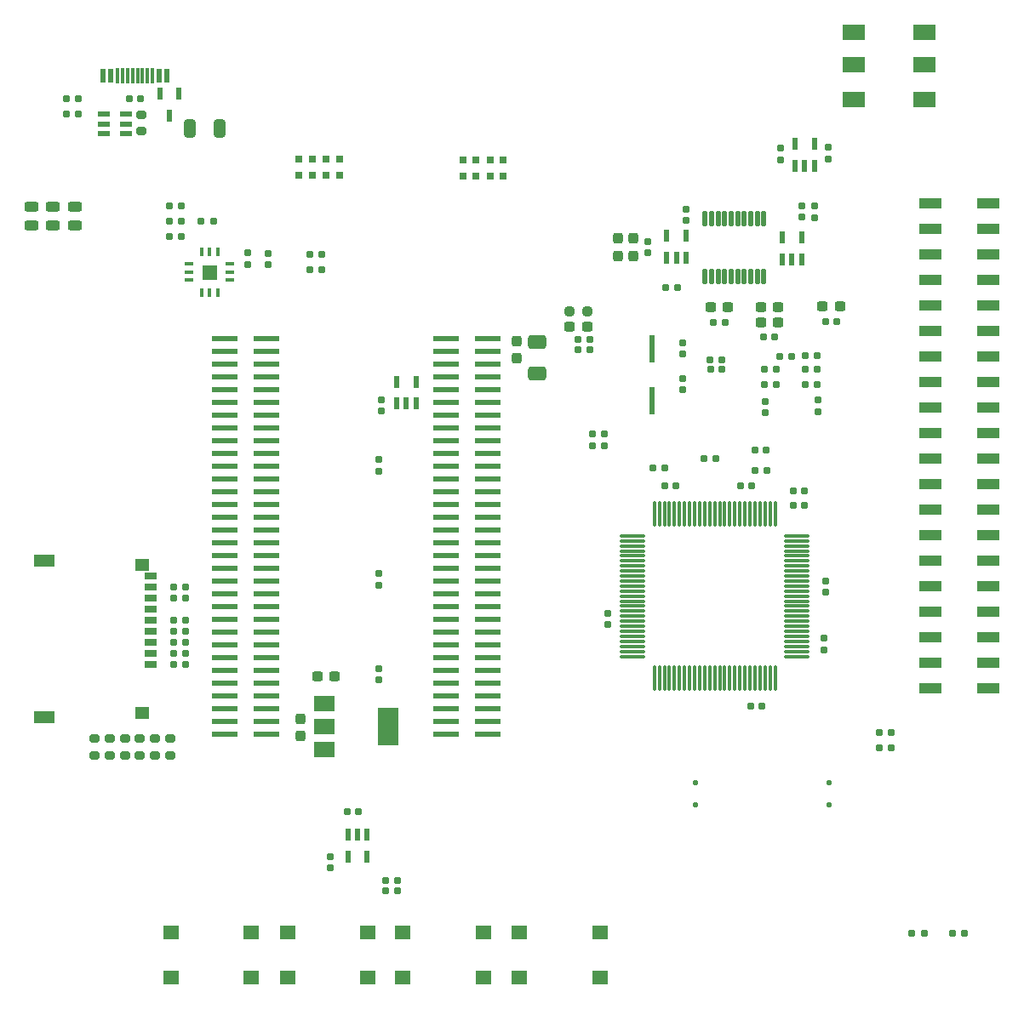
<source format=gtp>
G04 #@! TF.GenerationSoftware,KiCad,Pcbnew,8.0.2-1*
G04 #@! TF.CreationDate,2024-06-26T09:27:30-04:00*
G04 #@! TF.ProjectId,MiniCamel,4d696e69-4361-46d6-956c-2e6b69636164,2.1*
G04 #@! TF.SameCoordinates,PX16e3600PY6052340*
G04 #@! TF.FileFunction,Paste,Top*
G04 #@! TF.FilePolarity,Positive*
%FSLAX46Y46*%
G04 Gerber Fmt 4.6, Leading zero omitted, Abs format (unit mm)*
G04 Created by KiCad (PCBNEW 8.0.2-1) date 2024-06-26 09:27:30*
%MOMM*%
%LPD*%
G01*
G04 APERTURE LIST*
G04 Aperture macros list*
%AMRoundRect*
0 Rectangle with rounded corners*
0 $1 Rounding radius*
0 $2 $3 $4 $5 $6 $7 $8 $9 X,Y pos of 4 corners*
0 Add a 4 corners polygon primitive as box body*
4,1,4,$2,$3,$4,$5,$6,$7,$8,$9,$2,$3,0*
0 Add four circle primitives for the rounded corners*
1,1,$1+$1,$2,$3*
1,1,$1+$1,$4,$5*
1,1,$1+$1,$6,$7*
1,1,$1+$1,$8,$9*
0 Add four rect primitives between the rounded corners*
20,1,$1+$1,$2,$3,$4,$5,0*
20,1,$1+$1,$4,$5,$6,$7,0*
20,1,$1+$1,$6,$7,$8,$9,0*
20,1,$1+$1,$8,$9,$2,$3,0*%
G04 Aperture macros list end*
%ADD10C,0.010000*%
%ADD11RoundRect,0.155000X0.155000X-0.212500X0.155000X0.212500X-0.155000X0.212500X-0.155000X-0.212500X0*%
%ADD12RoundRect,0.237500X-0.250000X-0.237500X0.250000X-0.237500X0.250000X0.237500X-0.250000X0.237500X0*%
%ADD13RoundRect,0.237500X0.300000X0.237500X-0.300000X0.237500X-0.300000X-0.237500X0.300000X-0.237500X0*%
%ADD14RoundRect,0.160000X-0.197500X-0.160000X0.197500X-0.160000X0.197500X0.160000X-0.197500X0.160000X0*%
%ADD15R,0.600000X1.200000*%
%ADD16RoundRect,0.155000X0.212500X0.155000X-0.212500X0.155000X-0.212500X-0.155000X0.212500X-0.155000X0*%
%ADD17RoundRect,0.250000X-0.650000X0.412500X-0.650000X-0.412500X0.650000X-0.412500X0.650000X0.412500X0*%
%ADD18RoundRect,0.160000X-0.160000X0.197500X-0.160000X-0.197500X0.160000X-0.197500X0.160000X0.197500X0*%
%ADD19RoundRect,0.200000X0.275000X-0.200000X0.275000X0.200000X-0.275000X0.200000X-0.275000X-0.200000X0*%
%ADD20RoundRect,0.155000X-0.212500X-0.155000X0.212500X-0.155000X0.212500X0.155000X-0.212500X0.155000X0*%
%ADD21RoundRect,0.125000X-0.125000X0.125000X-0.125000X-0.125000X0.125000X-0.125000X0.125000X0.125000X0*%
%ADD22R,0.600000X2.800000*%
%ADD23RoundRect,0.112500X-0.112500X0.637500X-0.112500X-0.637500X0.112500X-0.637500X0.112500X0.637500X0*%
%ADD24R,1.600000X1.400000*%
%ADD25R,2.300000X1.020000*%
%ADD26R,0.700000X0.700000*%
%ADD27O,0.950000X0.370000*%
%ADD28O,0.370000X0.950000*%
%ADD29RoundRect,0.237500X-0.237500X0.300000X-0.237500X-0.300000X0.237500X-0.300000X0.237500X0.300000X0*%
%ADD30R,1.200000X0.600000*%
%ADD31RoundRect,0.155000X-0.155000X0.212500X-0.155000X-0.212500X0.155000X-0.212500X0.155000X0.212500X0*%
%ADD32RoundRect,0.160000X0.197500X0.160000X-0.197500X0.160000X-0.197500X-0.160000X0.197500X-0.160000X0*%
%ADD33RoundRect,0.075000X-1.162500X-0.075000X1.162500X-0.075000X1.162500X0.075000X-1.162500X0.075000X0*%
%ADD34RoundRect,0.075000X-0.075000X-1.162500X0.075000X-1.162500X0.075000X1.162500X-0.075000X1.162500X0*%
%ADD35RoundRect,0.243750X0.456250X-0.243750X0.456250X0.243750X-0.456250X0.243750X-0.456250X-0.243750X0*%
%ADD36RoundRect,0.237500X-0.300000X-0.237500X0.300000X-0.237500X0.300000X0.237500X-0.300000X0.237500X0*%
%ADD37R,2.200000X1.600000*%
%ADD38RoundRect,0.237500X0.237500X-0.300000X0.237500X0.300000X-0.237500X0.300000X-0.237500X-0.300000X0*%
%ADD39R,0.600000X1.440000*%
%ADD40R,0.300000X1.500000*%
%ADD41R,2.000000X3.800000*%
%ADD42R,2.000000X1.500000*%
%ADD43RoundRect,0.160000X0.160000X-0.197500X0.160000X0.197500X-0.160000X0.197500X-0.160000X-0.197500X0*%
%ADD44R,2.600000X0.630000*%
%ADD45RoundRect,0.250000X-0.325000X-0.650000X0.325000X-0.650000X0.325000X0.650000X-0.325000X0.650000X0*%
%ADD46R,1.300000X0.700000*%
%ADD47R,2.000000X1.200000*%
%ADD48R,1.400000X1.200000*%
G04 APERTURE END LIST*
D10*
X21105700Y50544300D02*
X19714300Y50544300D01*
X19714300Y51935700D01*
X21105700Y51935700D01*
X21105700Y50544300D01*
G36*
X21105700Y50544300D02*
G01*
X19714300Y50544300D01*
X19714300Y51935700D01*
X21105700Y51935700D01*
X21105700Y50544300D01*
G37*
D11*
X37249989Y10682492D03*
X37249989Y11817492D03*
D12*
X56200000Y47375000D03*
X58025000Y47375000D03*
D13*
X32887506Y11000005D03*
X31162506Y11000005D03*
D14*
X16850000Y13275000D03*
X18045000Y13275000D03*
D15*
X39050000Y38150000D03*
X40000000Y38150000D03*
X40950000Y38150000D03*
X40950000Y40350000D03*
X39050000Y40350000D03*
D16*
X75842500Y31500000D03*
X74707500Y31500000D03*
X82817500Y46310000D03*
X81682500Y46310000D03*
D14*
X30402500Y53000000D03*
X31597500Y53000000D03*
D16*
X66810000Y30000000D03*
X65675000Y30000000D03*
X39075000Y-10330000D03*
X37940000Y-10330000D03*
D17*
X53000000Y44312500D03*
X53000000Y41187500D03*
D14*
X16852500Y18775000D03*
X18047500Y18775000D03*
D16*
X75367500Y8030000D03*
X74232500Y8030000D03*
D18*
X24225000Y53195000D03*
X24225000Y52000000D03*
D11*
X80630000Y56690000D03*
X80630000Y57825000D03*
D19*
X9000000Y3174994D03*
X9000000Y4824994D03*
D14*
X75627500Y41550000D03*
X76822500Y41550000D03*
D20*
X12432500Y68500000D03*
X13567500Y68500000D03*
D21*
X68770000Y447500D03*
X68770000Y-1752500D03*
D22*
X64460000Y43585000D03*
X64460000Y38435000D03*
D23*
X75550000Y56600000D03*
X74900000Y56600000D03*
X74250000Y56600000D03*
X73600000Y56600000D03*
X72950000Y56600000D03*
X72300000Y56600000D03*
X71650000Y56600000D03*
X71000000Y56600000D03*
X70350000Y56600000D03*
X69700000Y56600000D03*
X69700000Y50800000D03*
X70350000Y50800000D03*
X71000000Y50800000D03*
X71650000Y50800000D03*
X72300000Y50800000D03*
X72950000Y50800000D03*
X73600000Y50800000D03*
X74250000Y50800000D03*
X74900000Y50800000D03*
X75550000Y50800000D03*
D24*
X28150000Y-19000000D03*
X36150000Y-19000000D03*
X28150000Y-14500000D03*
X36150000Y-14500000D03*
D25*
X92100000Y58130000D03*
X97900000Y58130000D03*
X92100000Y55590000D03*
X97900000Y55590000D03*
X92100000Y53050000D03*
X97900000Y53050000D03*
X92100000Y50510000D03*
X97900000Y50510000D03*
X92100000Y47970000D03*
X97900000Y47970000D03*
X92100000Y45430000D03*
X97900000Y45430000D03*
X92100000Y42890000D03*
X97900000Y42890000D03*
X92100000Y40350000D03*
X97900000Y40350000D03*
X92100000Y37810000D03*
X97900000Y37810000D03*
X92100000Y35270000D03*
X97900000Y35270000D03*
X92100000Y32730000D03*
X97900000Y32730000D03*
X92100000Y30190000D03*
X97900000Y30190000D03*
X92100000Y27650000D03*
X97900000Y27650000D03*
X92100000Y25110000D03*
X97900000Y25110000D03*
X92100000Y22570000D03*
X97900000Y22570000D03*
X92100000Y20030000D03*
X97900000Y20030000D03*
X92100000Y17490000D03*
X97900000Y17490000D03*
X92100000Y14950000D03*
X97900000Y14950000D03*
X92100000Y12410000D03*
X97900000Y12410000D03*
X92100000Y9870000D03*
X97900000Y9870000D03*
D11*
X80900000Y37357500D03*
X80900000Y38492500D03*
D26*
X49650000Y62400000D03*
X49650000Y60800000D03*
X48350000Y60800000D03*
X48350000Y62400000D03*
D27*
X22410000Y50440000D03*
X22410000Y51240000D03*
X22410000Y52040000D03*
D28*
X21210000Y53240000D03*
X20410000Y53240000D03*
X19610000Y53240000D03*
D27*
X18410000Y52040000D03*
X18410000Y51240000D03*
X18410000Y50440000D03*
D28*
X19610000Y49240000D03*
X20410000Y49240000D03*
X21210000Y49240000D03*
D21*
X82060000Y460000D03*
X82060000Y-1740000D03*
D20*
X34082500Y-2460000D03*
X35217500Y-2460000D03*
D29*
X62550000Y54600000D03*
X62550000Y52875000D03*
D20*
X65807500Y49700000D03*
X66942500Y49700000D03*
D19*
X13500001Y3174994D03*
X13500001Y4824994D03*
D11*
X81980000Y62532500D03*
X81980000Y63667500D03*
X58500000Y33975000D03*
X58500000Y35110000D03*
D14*
X87012500Y5410000D03*
X88207500Y5410000D03*
X64477500Y31775000D03*
X65672500Y31775000D03*
D19*
X15000000Y3174994D03*
X15000000Y4824994D03*
D30*
X9900000Y66950000D03*
X9900000Y66000000D03*
X9900000Y65050000D03*
X12100000Y65050000D03*
X12100000Y66000000D03*
X12100000Y66950000D03*
D19*
X16500000Y3174994D03*
X16500000Y4824994D03*
D29*
X61000000Y54587500D03*
X61000000Y52862500D03*
D31*
X63975000Y54292500D03*
X63975000Y53157500D03*
D14*
X87012500Y3890000D03*
X88207500Y3890000D03*
D32*
X20785000Y56310000D03*
X19590000Y56310000D03*
D15*
X17350000Y69048500D03*
X16400000Y66848500D03*
X15450000Y69048500D03*
D16*
X58225000Y43550000D03*
X57090000Y43550000D03*
D14*
X69577500Y32700000D03*
X70772500Y32700000D03*
D20*
X75507500Y44800000D03*
X76642500Y44800000D03*
D24*
X39650000Y-19000000D03*
X47650000Y-19000000D03*
X39650000Y-14500000D03*
X47650000Y-14500000D03*
D32*
X7347500Y68500000D03*
X6152500Y68500000D03*
D15*
X77400000Y52500000D03*
X78350000Y52500000D03*
X79300000Y52500000D03*
X79300000Y54700000D03*
X77400000Y54700000D03*
D11*
X75650000Y37257500D03*
X75650000Y38392500D03*
X59700000Y33975000D03*
X59700000Y35110000D03*
D31*
X32410000Y-6940000D03*
X32410000Y-8075000D03*
D20*
X16875000Y15475000D03*
X18010000Y15475000D03*
D26*
X32030000Y60880000D03*
X32030000Y62480000D03*
X33330000Y62480000D03*
X33330000Y60880000D03*
D20*
X70242500Y41560000D03*
X71377500Y41560000D03*
D33*
X62499995Y24999989D03*
X62499995Y24499989D03*
X62499995Y23999989D03*
X62499995Y23499989D03*
X62499995Y22999989D03*
X62499995Y22499989D03*
X62499995Y21999989D03*
X62499995Y21499989D03*
X62499995Y20999989D03*
X62499995Y20499989D03*
X62499995Y19999989D03*
X62499995Y19499989D03*
X62499995Y18999989D03*
X62499995Y18499989D03*
X62499995Y17999989D03*
X62499995Y17499989D03*
X62499995Y16999989D03*
X62499995Y16499989D03*
X62499995Y15999989D03*
X62499995Y15499989D03*
X62499995Y14999989D03*
X62499995Y14499989D03*
X62499995Y13999989D03*
X62499995Y13499989D03*
X62499995Y12999989D03*
D34*
X64662495Y10837489D03*
X65162495Y10837489D03*
X65662495Y10837489D03*
X66162495Y10837489D03*
X66662495Y10837489D03*
X67162495Y10837489D03*
X67662495Y10837489D03*
X68162495Y10837489D03*
X68662495Y10837489D03*
X69162495Y10837489D03*
X69662495Y10837489D03*
X70162495Y10837489D03*
X70662495Y10837489D03*
X71162495Y10837489D03*
X71662495Y10837489D03*
X72162495Y10837489D03*
X72662495Y10837489D03*
X73162495Y10837489D03*
X73662495Y10837489D03*
X74162495Y10837489D03*
X74662495Y10837489D03*
X75162495Y10837489D03*
X75662495Y10837489D03*
X76162495Y10837489D03*
X76662495Y10837489D03*
D33*
X78824995Y12999989D03*
X78824995Y13499989D03*
X78824995Y13999989D03*
X78824995Y14499989D03*
X78824995Y14999989D03*
X78824995Y15499989D03*
X78824995Y15999989D03*
X78824995Y16499989D03*
X78824995Y16999989D03*
X78824995Y17499989D03*
X78824995Y17999989D03*
X78824995Y18499989D03*
X78824995Y18999989D03*
X78824995Y19499989D03*
X78824995Y19999989D03*
X78824995Y20499989D03*
X78824995Y20999989D03*
X78824995Y21499989D03*
X78824995Y21999989D03*
X78824995Y22499989D03*
X78824995Y22999989D03*
X78824995Y23499989D03*
X78824995Y23999989D03*
X78824995Y24499989D03*
X78824995Y24999989D03*
D34*
X76662495Y27162489D03*
X76162495Y27162489D03*
X75662495Y27162489D03*
X75162495Y27162489D03*
X74662495Y27162489D03*
X74162495Y27162489D03*
X73662495Y27162489D03*
X73162495Y27162489D03*
X72662495Y27162489D03*
X72162495Y27162489D03*
X71662495Y27162489D03*
X71162495Y27162489D03*
X70662495Y27162489D03*
X70162495Y27162489D03*
X69662495Y27162489D03*
X69162495Y27162489D03*
X68662495Y27162489D03*
X68162495Y27162489D03*
X67662495Y27162489D03*
X67162495Y27162489D03*
X66662495Y27162489D03*
X66162495Y27162489D03*
X65662495Y27162489D03*
X65162495Y27162489D03*
X64662495Y27162489D03*
D24*
X16550000Y-19000000D03*
X24550000Y-19000000D03*
X16550000Y-14500000D03*
X24550000Y-14500000D03*
D19*
X10499999Y3174994D03*
X10499999Y4824994D03*
D11*
X81500000Y13675000D03*
X81500000Y14810000D03*
D14*
X16852500Y16575000D03*
X18047500Y16575000D03*
X90292500Y-14540000D03*
X91487500Y-14540000D03*
D31*
X37249989Y32567488D03*
X37249989Y31432488D03*
D16*
X80817500Y42900000D03*
X79682500Y42900000D03*
D11*
X26275000Y51975000D03*
X26275000Y53110000D03*
D13*
X71970000Y47780000D03*
X70245000Y47780000D03*
D20*
X73207500Y30000000D03*
X74342500Y30000000D03*
D35*
X7000000Y55912500D03*
X7000000Y57787500D03*
D36*
X75237500Y46250000D03*
X76962500Y46250000D03*
D15*
X36080000Y-4720000D03*
X35130000Y-4720000D03*
X34180000Y-4720000D03*
X34180000Y-6920000D03*
X36080000Y-6920000D03*
D20*
X78457488Y27999996D03*
X79592488Y27999996D03*
D35*
X4850000Y55912500D03*
X4850000Y57787500D03*
D14*
X16850000Y14375000D03*
X18045000Y14375000D03*
X75627500Y40030000D03*
X76822500Y40030000D03*
D15*
X65900000Y52700000D03*
X66850000Y52700000D03*
X67800000Y52700000D03*
X67800000Y54900000D03*
X65900000Y54900000D03*
D35*
X2700000Y55912500D03*
X2700000Y57787500D03*
D37*
X84460000Y71920000D03*
X91560000Y71920000D03*
X84460000Y75120000D03*
X91560000Y75120000D03*
X84460000Y68420000D03*
X91560000Y68420000D03*
D14*
X57050000Y44550000D03*
X58245000Y44550000D03*
D38*
X29499992Y5087502D03*
X29499992Y6812502D03*
D36*
X75230000Y47800000D03*
X76955000Y47800000D03*
D39*
X16200000Y70790000D03*
X15400000Y70790000D03*
D40*
X14250000Y70820000D03*
X13250000Y70820000D03*
X12750000Y70820000D03*
X11750000Y70820000D03*
D39*
X10600000Y70790000D03*
X9800000Y70790000D03*
D40*
X11250000Y70820000D03*
X12250000Y70820000D03*
X13750000Y70820000D03*
X14750000Y70820000D03*
D11*
X67800000Y56375000D03*
X67800000Y57510000D03*
X79300000Y56700000D03*
X79300000Y57835000D03*
D20*
X78457488Y29499993D03*
X79592488Y29499993D03*
D36*
X56250000Y45850000D03*
X57975000Y45850000D03*
D14*
X79642500Y41550000D03*
X80837500Y41550000D03*
D31*
X37500000Y38567500D03*
X37500000Y37432500D03*
D20*
X37942500Y-9330000D03*
X39077500Y-9330000D03*
D19*
X11999999Y3174994D03*
X11999999Y4824994D03*
D31*
X81675000Y20510000D03*
X81675000Y19375000D03*
D11*
X77216000Y62424500D03*
X77216000Y63559500D03*
D15*
X78670000Y61850000D03*
X79620000Y61850000D03*
X80570000Y61850000D03*
X80570000Y64050000D03*
X78670000Y64050000D03*
D41*
X38150000Y6000000D03*
D42*
X31850000Y8300000D03*
X31850000Y6000000D03*
X31850000Y3700000D03*
D32*
X17602500Y54790000D03*
X16407500Y54790000D03*
D24*
X51250000Y-19000000D03*
X59250000Y-19000000D03*
X51250000Y-14500000D03*
X59250000Y-14500000D03*
D14*
X16850000Y12175000D03*
X18045000Y12175000D03*
D43*
X37249989Y20061007D03*
X37249989Y21256007D03*
D44*
X21950000Y44635000D03*
X26050000Y44635000D03*
X21950000Y43365000D03*
X26050000Y43365000D03*
X21950000Y42095000D03*
X26050000Y42095000D03*
X21950000Y40825000D03*
X26050000Y40825000D03*
X21950000Y39555000D03*
X26050000Y39555000D03*
X21950000Y38285000D03*
X26050000Y38285000D03*
X21950000Y37015000D03*
X26050000Y37015000D03*
X21950000Y35745000D03*
X26050000Y35745000D03*
X21950000Y34475000D03*
X26050000Y34475000D03*
X21950000Y33205000D03*
X26050000Y33205000D03*
X21950000Y31935000D03*
X26050000Y31935000D03*
X21950000Y30665000D03*
X26050000Y30665000D03*
X21950000Y29395000D03*
X26050000Y29395000D03*
X21950000Y28125000D03*
X26050000Y28125000D03*
X21950000Y26855000D03*
X26050000Y26855000D03*
X21950000Y25585000D03*
X26050000Y25585000D03*
X21950000Y24315000D03*
X26050000Y24315000D03*
X21950000Y23045000D03*
X26050000Y23045000D03*
X21950000Y21775000D03*
X26050000Y21775000D03*
X21950000Y20505000D03*
X26050000Y20505000D03*
X21950000Y19235000D03*
X26050000Y19235000D03*
X21950000Y17965000D03*
X26050000Y17965000D03*
X21950000Y16695000D03*
X26050000Y16695000D03*
X21950000Y15425000D03*
X26050000Y15425000D03*
X21950000Y14155000D03*
X26050000Y14155000D03*
X21950000Y12885000D03*
X26050000Y12885000D03*
X21950000Y11615000D03*
X26050000Y11615000D03*
X21950000Y10345000D03*
X26050000Y10345000D03*
X21950000Y9075000D03*
X26050000Y9075000D03*
X21950000Y7805000D03*
X26050000Y7805000D03*
X21950000Y6535000D03*
X26050000Y6535000D03*
X21950000Y5265000D03*
X26050000Y5265000D03*
X43950000Y44635000D03*
X48050000Y44635000D03*
X43950000Y43365000D03*
X48050000Y43365000D03*
X43950000Y42095000D03*
X48050000Y42095000D03*
X43950000Y40825000D03*
X48050000Y40825000D03*
X43950000Y39555000D03*
X48050000Y39555000D03*
X43950000Y38285000D03*
X48050000Y38285000D03*
X43950000Y37015000D03*
X48050000Y37015000D03*
X43950000Y35745000D03*
X48050000Y35745000D03*
X43950000Y34475000D03*
X48050000Y34475000D03*
X43950000Y33205000D03*
X48050000Y33195000D03*
X43950000Y31935000D03*
X48050000Y31935000D03*
X43950000Y30665000D03*
X48050000Y30665000D03*
X43950000Y29395000D03*
X48050000Y29395000D03*
X43950000Y28125000D03*
X48050000Y28125000D03*
X43950000Y26855000D03*
X48050000Y26855000D03*
X43950000Y25585000D03*
X48050000Y25585000D03*
X43950000Y24315000D03*
X48050000Y24315000D03*
X43950000Y23045000D03*
X48050000Y23045000D03*
X43950000Y21775000D03*
X48050000Y21775000D03*
X43950000Y20505000D03*
X48050000Y20505000D03*
X43950000Y19235000D03*
X48050000Y19235000D03*
X43950000Y17965000D03*
X48050000Y17965000D03*
X43950000Y16695000D03*
X48050000Y16695000D03*
X43950000Y15425000D03*
X48050000Y15425000D03*
X43950000Y14155000D03*
X48050000Y14155000D03*
X43950000Y12885000D03*
X48050000Y12885000D03*
X43950000Y11615000D03*
X48050000Y11615000D03*
X43950000Y10345000D03*
X48050000Y10345000D03*
X43950000Y9075000D03*
X48050000Y9075000D03*
X43950000Y7805000D03*
X48050000Y7805000D03*
X43950000Y6535000D03*
X48050000Y6535000D03*
X43950000Y5265000D03*
X48050000Y5265000D03*
D11*
X60000007Y16157513D03*
X60000007Y17292513D03*
D32*
X17597500Y57800000D03*
X16402500Y57800000D03*
D11*
X67440000Y43097500D03*
X67440000Y44232500D03*
D14*
X70195000Y42550000D03*
X71390000Y42550000D03*
D19*
X13625000Y65275000D03*
X13625000Y66925000D03*
D14*
X77142500Y42875000D03*
X78337500Y42875000D03*
D13*
X83102500Y47840000D03*
X81377500Y47840000D03*
D31*
X67440000Y40652500D03*
X67440000Y39517500D03*
D32*
X17597500Y56300000D03*
X16402500Y56300000D03*
D26*
X46890000Y62400000D03*
X46890000Y60800000D03*
X45590000Y60800000D03*
X45590000Y62400000D03*
D16*
X75767500Y33500000D03*
X74632500Y33500000D03*
D14*
X94282500Y-14560000D03*
X95477500Y-14560000D03*
D32*
X80837500Y40030000D03*
X79642500Y40030000D03*
D16*
X71675000Y46260000D03*
X70540000Y46260000D03*
D14*
X16852500Y19875000D03*
X18047500Y19875000D03*
D32*
X7347500Y67000000D03*
X6152500Y67000000D03*
D45*
X18425000Y65500000D03*
X21375000Y65500000D03*
D14*
X30402500Y51500000D03*
X31597500Y51500000D03*
D29*
X51000000Y44362500D03*
X51000000Y42637500D03*
D26*
X29310000Y60880000D03*
X29310000Y62480000D03*
X30610000Y62480000D03*
X30610000Y60880000D03*
D46*
X14550000Y12180000D03*
X14550000Y13280000D03*
X14550000Y14380000D03*
X14550000Y15480000D03*
X14550000Y16580000D03*
X14550000Y17680000D03*
X14550000Y18780000D03*
X14550000Y19880000D03*
X14550000Y20980000D03*
D47*
X4000000Y22500000D03*
D48*
X13700000Y22080000D03*
X13700000Y7400000D03*
D47*
X4000000Y6980000D03*
M02*

</source>
